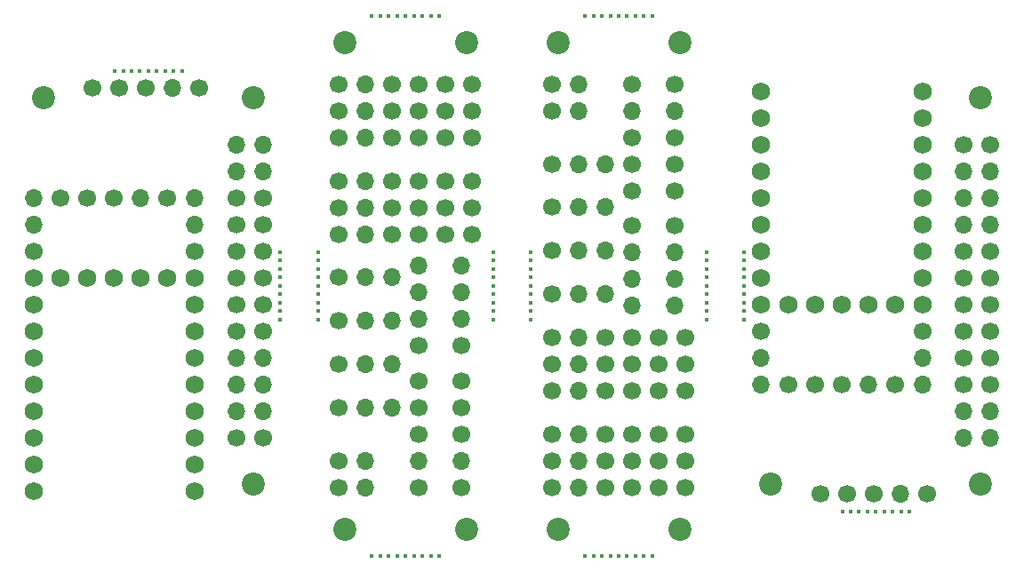
<source format=gbr>
%TF.GenerationSoftware,KiCad,Pcbnew,7.0.5*%
%TF.CreationDate,2024-01-10T23:57:27+08:00*%
%TF.ProjectId,4th,3474682e-6b69-4636-9164-5f7063625858,rev?*%
%TF.SameCoordinates,Original*%
%TF.FileFunction,Soldermask,Bot*%
%TF.FilePolarity,Negative*%
%FSLAX46Y46*%
G04 Gerber Fmt 4.6, Leading zero omitted, Abs format (unit mm)*
G04 Created by KiCad (PCBNEW 7.0.5) date 2024-01-10 23:57:27*
%MOMM*%
%LPD*%
G01*
G04 APERTURE LIST*
%ADD10C,2.200000*%
%ADD11C,1.700000*%
%ADD12O,1.700000X1.700000*%
%ADD13C,0.450000*%
%ADD14C,1.752600*%
G04 APERTURE END LIST*
D10*
%TO.C,H3*%
X116100000Y-78720000D03*
%TD*%
D11*
%TO.C,J18*%
X110520000Y-64090000D03*
D12*
X110520000Y-66630000D03*
X110520000Y-69170000D03*
%TD*%
D11*
%TO.C,J13*%
X54940000Y-67270000D03*
D12*
X57480000Y-67270000D03*
X60020000Y-67270000D03*
%TD*%
D11*
%TO.C,J23*%
X117030000Y-69170000D03*
D12*
X117030000Y-71710000D03*
X117030000Y-74250000D03*
%TD*%
D13*
%TO.C,H23*%
X73250000Y-62985000D03*
X73250000Y-62185000D03*
X73250000Y-61385000D03*
X73250000Y-60585000D03*
X73250000Y-59785000D03*
X73250000Y-58985000D03*
X73250000Y-58185000D03*
X73250000Y-57385000D03*
X73250000Y-56585000D03*
%TD*%
D11*
%TO.C,J19*%
X66600000Y-65510000D03*
D12*
X66600000Y-62970000D03*
X66600000Y-60430000D03*
X66600000Y-57890000D03*
%TD*%
D11*
%TO.C,J16*%
X54950000Y-40550000D03*
D12*
X57490000Y-40550000D03*
D11*
X60030000Y-40550000D03*
X62570000Y-40550000D03*
X65110000Y-40550000D03*
X67650000Y-40550000D03*
%TD*%
%TO.C,J21*%
X62560000Y-65510000D03*
D12*
X62560000Y-62970000D03*
X62560000Y-60430000D03*
X62560000Y-57890000D03*
%TD*%
D11*
%TO.C,J9*%
X54950000Y-45630000D03*
D12*
X57490000Y-45630000D03*
D11*
X60030000Y-45630000D03*
X62570000Y-45630000D03*
X65110000Y-45630000D03*
X67650000Y-45630000D03*
%TD*%
%TO.C,J4*%
X117030000Y-46310000D03*
D12*
X117030000Y-48850000D03*
X117030000Y-51390000D03*
X117030000Y-53930000D03*
D11*
X117030000Y-56470000D03*
X117030000Y-59010000D03*
X117030000Y-61550000D03*
X117030000Y-64090000D03*
X117030000Y-66630000D03*
%TD*%
%TO.C,J24*%
X95170000Y-64090000D03*
D12*
X95170000Y-66630000D03*
X95170000Y-69170000D03*
%TD*%
D11*
%TO.C,J6*%
X110950000Y-79650000D03*
D12*
X108410000Y-79650000D03*
D11*
X105870000Y-79650000D03*
X103330000Y-79650000D03*
X100790000Y-79650000D03*
%TD*%
D10*
%TO.C,H7*%
X67099997Y-82990001D03*
%TD*%
%TO.C,H2*%
X116100000Y-41840000D03*
%TD*%
D14*
%TO.C,U1*%
X95170000Y-41230000D03*
X95170000Y-43770000D03*
X95170000Y-46310000D03*
X95170000Y-48850000D03*
X95170000Y-51390000D03*
X95170000Y-53930000D03*
X95170000Y-56470000D03*
X95170000Y-59010000D03*
X95170000Y-61550000D03*
X110520000Y-41230000D03*
X110520000Y-43770000D03*
X110520000Y-46310000D03*
X110520000Y-48850000D03*
X110520000Y-51390000D03*
X110520000Y-53930000D03*
X110520000Y-56470000D03*
X110520000Y-59010000D03*
X110520000Y-61550000D03*
X107925000Y-61550000D03*
X105385000Y-61550000D03*
X102845000Y-61550000D03*
X100305000Y-61550000D03*
X97765000Y-61550000D03*
%TD*%
D11*
%TO.C,J1*%
X54940000Y-79020000D03*
D12*
X57480000Y-79020000D03*
%TD*%
D13*
%TO.C,H15*%
X64500000Y-85540000D03*
X63700000Y-85540000D03*
X62900000Y-85540000D03*
X62100000Y-85540000D03*
X61300000Y-85540000D03*
X60500000Y-85540000D03*
X59700000Y-85540000D03*
X58900000Y-85540000D03*
X58100000Y-85540000D03*
%TD*%
D11*
%TO.C,J20*%
X114490000Y-69170000D03*
D12*
X114490000Y-71710000D03*
X114490000Y-74250000D03*
%TD*%
D11*
%TO.C,J14*%
X66600000Y-79020000D03*
D12*
X66600000Y-76480000D03*
D11*
X66600000Y-73940000D03*
X66600000Y-71400000D03*
X66600000Y-68860000D03*
%TD*%
%TO.C,J12*%
X54950000Y-52310000D03*
D12*
X57490000Y-52310000D03*
D11*
X60030000Y-52310000D03*
X62570000Y-52310000D03*
X65110000Y-52310000D03*
X67650000Y-52310000D03*
%TD*%
D13*
%TO.C,H21*%
X69650000Y-62985000D03*
X69650000Y-62185000D03*
X69650000Y-61385000D03*
X69650000Y-60585000D03*
X69650000Y-59785000D03*
X69650000Y-58985000D03*
X69650000Y-58185000D03*
X69650000Y-57385000D03*
X69650000Y-56585000D03*
%TD*%
%TO.C,H9*%
X102900000Y-81270000D03*
X103700000Y-81270000D03*
X104500000Y-81270000D03*
X105300000Y-81270000D03*
X106100000Y-81270000D03*
X106900000Y-81270000D03*
X107700000Y-81270000D03*
X108500000Y-81270000D03*
X109300000Y-81270000D03*
%TD*%
D11*
%TO.C,J8*%
X62570000Y-79020000D03*
D12*
X62570000Y-76480000D03*
D11*
X62570000Y-73940000D03*
X62570000Y-71400000D03*
X62570000Y-68860000D03*
%TD*%
%TO.C,J2*%
X54940000Y-76480000D03*
D12*
X57480000Y-76480000D03*
%TD*%
D10*
%TO.C,H5*%
X55500000Y-36580000D03*
%TD*%
D13*
%TO.C,H13*%
X64500000Y-34030000D03*
X63700000Y-34030000D03*
X62900000Y-34030000D03*
X62100000Y-34030000D03*
X61300000Y-34030000D03*
X60500000Y-34030000D03*
X59700000Y-34030000D03*
X58900000Y-34030000D03*
X58100000Y-34030000D03*
%TD*%
D10*
%TO.C,H1*%
X55499997Y-82990001D03*
%TD*%
D11*
%TO.C,J11*%
X54950000Y-43090000D03*
D12*
X57490000Y-43090000D03*
D11*
X60030000Y-43090000D03*
X62570000Y-43090000D03*
X65110000Y-43090000D03*
X67650000Y-43090000D03*
%TD*%
%TO.C,J3*%
X54940000Y-58990000D03*
D12*
X57480000Y-58990000D03*
X60020000Y-58990000D03*
%TD*%
D13*
%TO.C,H11*%
X33600000Y-39290000D03*
X34400000Y-39290000D03*
X35200000Y-39290000D03*
X36000000Y-39290000D03*
X36800000Y-39290000D03*
X37600000Y-39290000D03*
X38400000Y-39290000D03*
X39200000Y-39290000D03*
X40000000Y-39290000D03*
%TD*%
D11*
%TO.C,J7*%
X54940000Y-71400000D03*
D12*
X57480000Y-71400000D03*
X60020000Y-71400000D03*
%TD*%
D13*
%TO.C,H12*%
X84800000Y-85540000D03*
X84000000Y-85540000D03*
X83200000Y-85540000D03*
X82400000Y-85540000D03*
X81600000Y-85540000D03*
X80800000Y-85540000D03*
X80000000Y-85540000D03*
X79200000Y-85540000D03*
X78400000Y-85540000D03*
%TD*%
%TO.C,H10*%
X89950000Y-62985000D03*
X89950000Y-62185000D03*
X89950000Y-61385000D03*
X89950000Y-60585000D03*
X89950000Y-59785000D03*
X89950000Y-58985000D03*
X89950000Y-58185000D03*
X89950000Y-57385000D03*
X89950000Y-56585000D03*
%TD*%
D10*
%TO.C,H4*%
X96100000Y-78720000D03*
%TD*%
D11*
%TO.C,J5*%
X114490000Y-46310000D03*
D12*
X114490000Y-48850000D03*
X114490000Y-51390000D03*
X114490000Y-53930000D03*
D11*
X114490000Y-56470000D03*
X114490000Y-59010000D03*
X114490000Y-61550000D03*
X114490000Y-64090000D03*
X114490000Y-66630000D03*
%TD*%
%TO.C,J10*%
X54950000Y-54850000D03*
D12*
X57490000Y-54850000D03*
D11*
X60030000Y-54850000D03*
X62570000Y-54850000D03*
X65110000Y-54850000D03*
X67650000Y-54850000D03*
%TD*%
%TO.C,J22*%
X38625236Y-51390000D03*
D12*
X36085236Y-51390000D03*
D11*
X33545236Y-51390000D03*
X31005236Y-51390000D03*
X28465236Y-51390000D03*
%TD*%
%TO.C,J15*%
X54940000Y-63130000D03*
D12*
X57480000Y-63130000D03*
X60020000Y-63130000D03*
%TD*%
D13*
%TO.C,H14*%
X84800000Y-34030000D03*
X84000000Y-34030000D03*
X83200000Y-34030000D03*
X82400000Y-34030000D03*
X81600000Y-34030000D03*
X80800000Y-34030000D03*
X80000000Y-34030000D03*
X79200000Y-34030000D03*
X78400000Y-34030000D03*
%TD*%
%TO.C,H8*%
X52950000Y-62985000D03*
X52950000Y-62185000D03*
X52950000Y-61385000D03*
X52950000Y-60585000D03*
X52950000Y-59785000D03*
X52950000Y-58985000D03*
X52950000Y-58185000D03*
X52950000Y-57385000D03*
X52950000Y-56585000D03*
%TD*%
D10*
%TO.C,H6*%
X67100000Y-36580000D03*
%TD*%
D11*
%TO.C,J17*%
X54950000Y-49770000D03*
D12*
X57490000Y-49770000D03*
D11*
X60030000Y-49770000D03*
X62570000Y-49770000D03*
X65110000Y-49770000D03*
X67650000Y-49770000D03*
%TD*%
D13*
%TO.C,H20*%
X49350000Y-62985000D03*
X49350000Y-62185000D03*
X49350000Y-61385000D03*
X49350000Y-60585000D03*
X49350000Y-59785000D03*
X49350000Y-58985000D03*
X49350000Y-58185000D03*
X49350000Y-57385000D03*
X49350000Y-56585000D03*
%TD*%
%TO.C,H22*%
X93550000Y-62985000D03*
X93550000Y-62185000D03*
X93550000Y-61385000D03*
X93550000Y-60585000D03*
X93550000Y-59785000D03*
X93550000Y-58985000D03*
X93550000Y-58185000D03*
X93550000Y-57385000D03*
X93550000Y-56585000D03*
%TD*%
D11*
%TO.C,J8*%
X82870299Y-40549703D03*
D12*
X82870299Y-43089703D03*
D11*
X82870299Y-45629703D03*
X82870299Y-48169703D03*
X82870299Y-50709703D03*
%TD*%
D14*
%TO.C,U1*%
X25870236Y-79330000D03*
X25870236Y-76790000D03*
X25870236Y-74250000D03*
X25870236Y-71710000D03*
X25870236Y-69170000D03*
X25870236Y-66630000D03*
X25870236Y-64090000D03*
X25870236Y-61550000D03*
X25870236Y-59010000D03*
X41220236Y-79330000D03*
X41220236Y-76790000D03*
X41220236Y-74250000D03*
X41220236Y-71710000D03*
X41220236Y-69170000D03*
X41220236Y-66630000D03*
X41220236Y-64090000D03*
X41220236Y-61550000D03*
X41220236Y-59010000D03*
X38625236Y-59010000D03*
X36085236Y-59010000D03*
X33545236Y-59010000D03*
X31005236Y-59010000D03*
X28465236Y-59010000D03*
%TD*%
D10*
%TO.C,H4*%
X26800236Y-41840000D03*
%TD*%
D11*
%TO.C,J17*%
X75250299Y-69799703D03*
D12*
X77790299Y-69799703D03*
D11*
X80330299Y-69799703D03*
X82870299Y-69799703D03*
X85410299Y-69799703D03*
X87950299Y-69799703D03*
%TD*%
%TO.C,J2*%
X75240299Y-43089703D03*
D12*
X77780299Y-43089703D03*
%TD*%
D10*
%TO.C,H5*%
X75800299Y-82989703D03*
%TD*%
D11*
%TO.C,J4*%
X47730236Y-74250000D03*
D12*
X47730236Y-71710000D03*
X47730236Y-69170000D03*
X47730236Y-66630000D03*
D11*
X47730236Y-64090000D03*
X47730236Y-61550000D03*
X47730236Y-59010000D03*
X47730236Y-56470000D03*
X47730236Y-53930000D03*
%TD*%
%TO.C,J14*%
X86900299Y-40549703D03*
D12*
X86900299Y-43089703D03*
D11*
X86900299Y-45629703D03*
X86900299Y-48169703D03*
X86900299Y-50709703D03*
%TD*%
%TO.C,J7*%
X75240299Y-48169703D03*
D12*
X77780299Y-48169703D03*
X80320299Y-48169703D03*
%TD*%
D11*
%TO.C,J11*%
X75250299Y-76479703D03*
D12*
X77790299Y-76479703D03*
D11*
X80330299Y-76479703D03*
X82870299Y-76479703D03*
X85410299Y-76479703D03*
X87950299Y-76479703D03*
%TD*%
%TO.C,J18*%
X41220236Y-56470000D03*
D12*
X41220236Y-53930000D03*
X41220236Y-51390000D03*
%TD*%
D10*
%TO.C,H6*%
X87400299Y-82989703D03*
%TD*%
D11*
%TO.C,J24*%
X25870236Y-56470000D03*
D12*
X25870236Y-53930000D03*
X25870236Y-51390000D03*
%TD*%
D11*
%TO.C,J1*%
X75240299Y-40549703D03*
D12*
X77780299Y-40549703D03*
%TD*%
D10*
%TO.C,H7*%
X87400296Y-36579702D03*
%TD*%
%TO.C,H3*%
X46800236Y-41840000D03*
%TD*%
%TO.C,H1*%
X75800296Y-36579702D03*
%TD*%
%TO.C,H2*%
X46800236Y-78720000D03*
%TD*%
D11*
%TO.C,J3*%
X75240299Y-60579703D03*
D12*
X77780299Y-60579703D03*
X80320299Y-60579703D03*
%TD*%
D11*
%TO.C,J10*%
X75250299Y-64719703D03*
D12*
X77790299Y-64719703D03*
D11*
X80330299Y-64719703D03*
X82870299Y-64719703D03*
X85410299Y-64719703D03*
X87950299Y-64719703D03*
%TD*%
%TO.C,J13*%
X75240299Y-52299703D03*
D12*
X77780299Y-52299703D03*
X80320299Y-52299703D03*
%TD*%
D11*
%TO.C,J19*%
X86900299Y-54059703D03*
D12*
X86900299Y-56599703D03*
X86900299Y-59139703D03*
X86900299Y-61679703D03*
%TD*%
D11*
%TO.C,J21*%
X82860299Y-54059703D03*
D12*
X82860299Y-56599703D03*
X82860299Y-59139703D03*
X82860299Y-61679703D03*
%TD*%
D11*
%TO.C,J9*%
X75250299Y-73939703D03*
D12*
X77790299Y-73939703D03*
D11*
X80330299Y-73939703D03*
X82870299Y-73939703D03*
X85410299Y-73939703D03*
X87950299Y-73939703D03*
%TD*%
%TO.C,J5*%
X45190236Y-74250000D03*
D12*
X45190236Y-71710000D03*
X45190236Y-69170000D03*
X45190236Y-66630000D03*
D11*
X45190236Y-64090000D03*
X45190236Y-61550000D03*
X45190236Y-59010000D03*
X45190236Y-56470000D03*
X45190236Y-53930000D03*
%TD*%
%TO.C,J22*%
X107925000Y-69170000D03*
D12*
X105385000Y-69170000D03*
D11*
X102845000Y-69170000D03*
X100305000Y-69170000D03*
X97765000Y-69170000D03*
%TD*%
%TO.C,J6*%
X41650236Y-40910000D03*
D12*
X39110236Y-40910000D03*
D11*
X36570236Y-40910000D03*
X34030236Y-40910000D03*
X31490236Y-40910000D03*
%TD*%
%TO.C,J15*%
X75240299Y-56439703D03*
D12*
X77780299Y-56439703D03*
X80320299Y-56439703D03*
%TD*%
D11*
%TO.C,J16*%
X75250299Y-79019703D03*
D12*
X77790299Y-79019703D03*
D11*
X80330299Y-79019703D03*
X82870299Y-79019703D03*
X85410299Y-79019703D03*
X87950299Y-79019703D03*
%TD*%
%TO.C,J12*%
X75250299Y-67259703D03*
D12*
X77790299Y-67259703D03*
D11*
X80330299Y-67259703D03*
X82870299Y-67259703D03*
X85410299Y-67259703D03*
X87950299Y-67259703D03*
%TD*%
%TO.C,J23*%
X47730236Y-51390000D03*
D12*
X47730236Y-48850000D03*
X47730236Y-46310000D03*
%TD*%
D11*
%TO.C,J20*%
X45190236Y-51390000D03*
D12*
X45190236Y-48850000D03*
X45190236Y-46310000D03*
%TD*%
M02*

</source>
